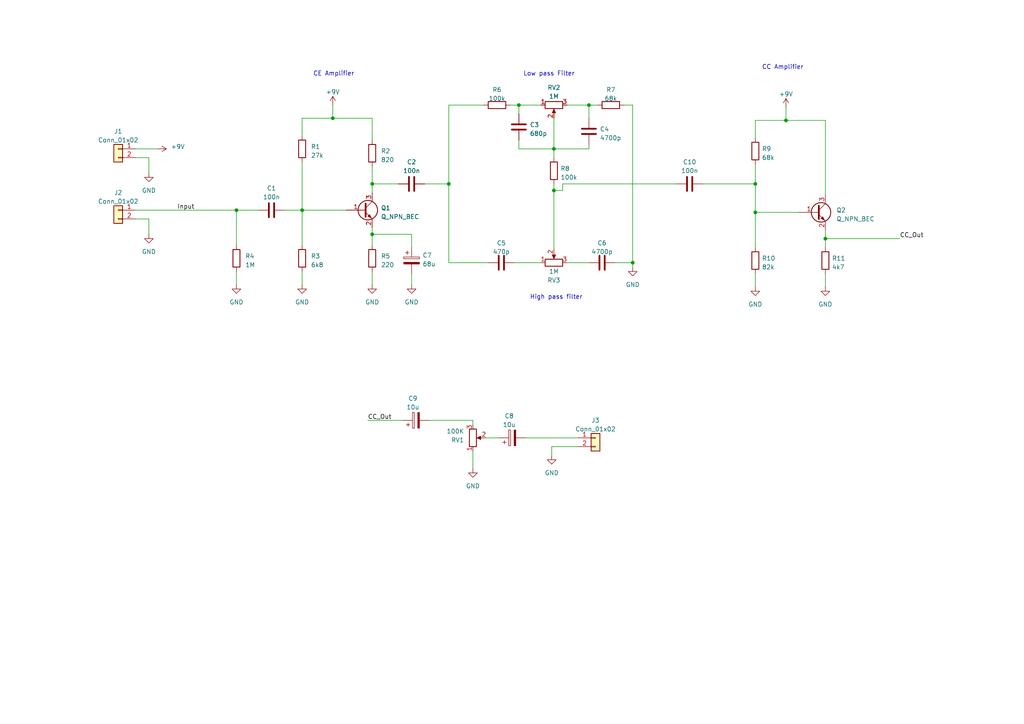
<source format=kicad_sch>
(kicad_sch (version 20230121) (generator eeschema)
  (paper "A4")
  (lib_symbols
    (symbol "Connector_Generic:Conn_01x02" (pin_names (offset 1.016) hide)
      (property "Reference" "J" (at 0 2.54 0))
      (property "Value" "Conn_01x02" (at 0 -5.08 0))
      (symbol "Conn_01x02_1_1"
        (rectangle (start -1.27 -2.413) (end 0 -2.667) (stroke (width 0.1524)))
        (rectangle (start -1.27 0.127) (end 0 -0.127) (stroke (width 0.1524)))
        (rectangle (start -1.27 1.27) (end 1.27 -3.81) (stroke (width 0.254)) (fill (type background)))
        (pin passive line (at -5.08 0 0) (length 3.81) (name "Pin_1") (number "1"))
        (pin passive line (at -5.08 -2.54 0) (length 3.81) (name "Pin_2") (number "2"))
      )
    )
    (symbol "Device:C" (pin_numbers hide) (pin_names (offset 0.254))
      (property "Reference" "C" (at 0.635 2.54 0))
      (property "Value" "C" (at 0.635 -2.54 0))
      (symbol "C_0_1"
        (polyline (pts (xy -2.032 -0.762) (xy 2.032 -0.762)) (stroke (width 0.508)))
        (polyline (pts (xy -2.032 0.762) (xy 2.032 0.762)) (stroke (width 0.508)))
      )
      (symbol "C_1_1"
        (pin passive line (at 0 3.81 270) (length 2.794) (name "~") (number "1"))
        (pin passive line (at 0 -3.81 90) (length 2.794) (name "~") (number "2"))
      )
    )
    (symbol "Device:C_Polarized" (pin_numbers hide) (pin_names (offset 0.254))
      (property "Reference" "C" (at 0.635 2.54 0))
      (property "Value" "C_Polarized" (at 0.635 -2.54 0))
      (symbol "C_Polarized_0_1"
        (rectangle (start -2.286 0.508) (end 2.286 1.016))
        (polyline (pts (xy -1.778 2.286) (xy -0.762 2.286)))
        (polyline (pts (xy -1.27 2.794) (xy -1.27 1.778)))
        (rectangle (start 2.286 -0.508) (end -2.286 -1.016) (fill (type outline)))
      )
      (symbol "C_Polarized_1_1"
        (pin passive line (at 0 3.81 270) (length 2.794) (name "~") (number "1"))
        (pin passive line (at 0 -3.81 90) (length 2.794) (name "~") (number "2"))
      )
    )
    (symbol "Device:Q_NPN_BEC" (pin_names (offset 0) hide)
      (property "Reference" "Q" (at 5.08 1.27 0))
      (property "Value" "Q_NPN_BEC" (at 5.08 -1.27 0))
      (symbol "Q_NPN_BEC_0_1"
        (polyline (pts (xy 0.635 0.635) (xy 2.54 2.54)))
        (polyline (pts (xy 0.635 -0.635) (xy 2.54 -2.54) (xy 2.54 -2.54)))
        (polyline (pts (xy 0.635 1.905) (xy 0.635 -1.905) (xy 0.635 -1.905)) (stroke (width 0.508)))
        (polyline (pts (xy 1.27 -1.778) (xy 1.778 -1.27) (xy 2.286 -2.286) (xy 1.27 -1.778) (xy 1.27 -1.778)) (fill (type outline)))
        (circle (center 1.27 0) (radius 2.8194) (stroke (width 0.254)))
      )
      (symbol "Q_NPN_BEC_1_1"
        (pin input line (at -5.08 0 0) (length 5.715) (name "B") (number "1"))
        (pin passive line (at 2.54 -5.08 90) (length 2.54) (name "E") (number "2"))
        (pin passive line (at 2.54 5.08 270) (length 2.54) (name "C") (number "3"))
      )
    )
    (symbol "Device:R" (pin_numbers hide) (pin_names (offset 0))
      (property "Reference" "R" (at 2.032 0 90))
      (property "Value" "R" (at 0 0 90))
      (symbol "R_0_1"
        (rectangle (start -1.016 -2.54) (end 1.016 2.54) (stroke (width 0.254)))
      )
      (symbol "R_1_1"
        (pin passive line (at 0 3.81 270) (length 1.27) (name "~") (number "1"))
        (pin passive line (at 0 -3.81 90) (length 1.27) (name "~") (number "2"))
      )
    )
    (symbol "Device:R_Potentiometer" (pin_names (offset 1.016) hide)
      (property "Reference" "RV" (at -4.445 0 90))
      (property "Value" "R_Potentiometer" (at -2.54 0 90))
      (symbol "R_Potentiometer_0_1"
        (polyline (pts (xy 2.54 0) (xy 1.524 0)))
        (polyline (pts (xy 1.143 0) (xy 2.286 0.508) (xy 2.286 -0.508) (xy 1.143 0)) (fill (type outline)))
        (rectangle (start 1.016 2.54) (end -1.016 -2.54) (stroke (width 0.254)))
      )
      (symbol "R_Potentiometer_1_1"
        (pin passive line (at 0 3.81 270) (length 1.27) (name "1") (number "1"))
        (pin passive line (at 3.81 0 180) (length 1.27) (name "2") (number "2"))
        (pin passive line (at 0 -3.81 90) (length 1.27) (name "3") (number "3"))
      )
    )
    (symbol "power:+9V" (power) (pin_names (offset 0))
      (property "Value" "+9V" (at 0 3.556 0))
      (symbol "+9V_0_1"
        (polyline (pts (xy -0.762 1.27) (xy 0 2.54)))
        (polyline (pts (xy 0 0) (xy 0 2.54)))
        (polyline (pts (xy 0 2.54) (xy 0.762 1.27)))
      )
      (symbol "+9V_1_1"
        (pin power_in line (at 0 0 90) (length 0) hide (name "+9V") (number "1"))
      )
    )
    (symbol "power:GND" (power) (pin_names (offset 0))
      (property "Value" "GND" (at 0 -3.81 0))
      (symbol "GND_0_1"
        (polyline (pts (xy 0 0) (xy 0 -1.27) (xy 1.27 -1.27) (xy 0 -2.54) (xy -1.27 -1.27) (xy 0 -1.27)))
      )
      (symbol "GND_1_1"
        (pin power_in line (at 0 0 270) (length 0) hide (name "GND") (number "1"))
      )
    )
  )
  (junction (at 160.655 55.245))
  (junction (at 107.95 67.945))
  (junction (at 96.52 34.29))
  (junction (at 107.95 53.34))
  (junction (at 150.495 30.48))
  (junction (at 68.58 60.96))
  (junction (at 239.395 69.215))
  (junction (at 219.075 61.595))
  (junction (at 87.63 60.96))
  (junction (at 160.655 43.18))
  (junction (at 227.965 34.925))
  (junction (at 170.815 30.48))
  (junction (at 130.175 53.34))
  (junction (at 183.515 76.2))
  (junction (at 219.075 53.34))
  (wire (pts (xy 219.075 53.34) (xy 219.075 61.595)))
  (wire (pts (xy 239.395 69.215) (xy 239.395 71.755)))
  (wire (pts (xy 219.075 79.375) (xy 219.075 83.185)))
  (wire (pts (xy 170.815 43.18) (xy 160.655 43.18)))
  (wire (pts (xy 219.075 61.595) (xy 219.075 71.755)))
  (wire (pts (xy 163.195 53.34) (xy 196.215 53.34)))
  (wire (pts (xy 219.075 61.595) (xy 231.775 61.595)))
  (wire (pts (xy 123.19 53.34) (xy 130.175 53.34)))
  (wire (pts (xy 107.95 53.34) (xy 107.95 55.88)))
  (wire (pts (xy 87.63 60.96) (xy 87.63 71.12)))
  (wire (pts (xy 137.16 130.81) (xy 137.16 135.89)))
  (wire (pts (xy 119.38 71.755) (xy 119.38 67.945)))
  (wire (pts (xy 137.16 121.92) (xy 137.16 123.19)))
  (wire (pts (xy 119.38 67.945) (xy 107.95 67.945)))
  (wire (pts (xy 164.465 30.48) (xy 170.815 30.48)))
  (wire (pts (xy 45.72 43.18) (xy 39.37 43.18)))
  (wire (pts (xy 183.515 30.48) (xy 183.515 76.2)))
  (wire (pts (xy 160.02 129.54) (xy 167.64 129.54)))
  (wire (pts (xy 219.075 40.005) (xy 219.075 34.925)))
  (wire (pts (xy 107.95 53.34) (xy 115.57 53.34)))
  (wire (pts (xy 130.175 30.48) (xy 140.335 30.48)))
  (wire (pts (xy 170.815 30.48) (xy 170.815 34.29)))
  (wire (pts (xy 150.495 40.64) (xy 150.495 43.18)))
  (wire (pts (xy 119.38 79.375) (xy 119.38 82.55)))
  (wire (pts (xy 164.465 76.2) (xy 170.815 76.2)))
  (wire (pts (xy 87.63 34.29) (xy 96.52 34.29)))
  (wire (pts (xy 239.395 69.215) (xy 260.985 69.215)))
  (wire (pts (xy 170.815 41.91) (xy 170.815 43.18)))
  (wire (pts (xy 160.655 43.18) (xy 160.655 45.72)))
  (wire (pts (xy 68.58 71.12) (xy 68.58 60.96)))
  (wire (pts (xy 160.02 132.08) (xy 160.02 129.54)))
  (wire (pts (xy 160.655 34.29) (xy 160.655 43.18)))
  (wire (pts (xy 150.495 43.18) (xy 160.655 43.18)))
  (wire (pts (xy 163.195 53.34) (xy 163.195 55.245)))
  (wire (pts (xy 160.655 53.34) (xy 160.655 55.245)))
  (wire (pts (xy 124.46 121.92) (xy 137.16 121.92)))
  (wire (pts (xy 160.655 55.245) (xy 160.655 72.39)))
  (wire (pts (xy 107.95 48.26) (xy 107.95 53.34)))
  (wire (pts (xy 39.37 63.5) (xy 43.18 63.5)))
  (wire (pts (xy 43.18 45.72) (xy 43.18 50.165)))
  (wire (pts (xy 183.515 30.48) (xy 180.975 30.48)))
  (wire (pts (xy 227.965 34.925) (xy 239.395 34.925)))
  (wire (pts (xy 163.195 55.245) (xy 160.655 55.245)))
  (wire (pts (xy 239.395 66.675) (xy 239.395 69.215)))
  (wire (pts (xy 68.58 78.74) (xy 68.58 82.55)))
  (wire (pts (xy 219.075 34.925) (xy 227.965 34.925)))
  (wire (pts (xy 82.55 60.96) (xy 87.63 60.96)))
  (wire (pts (xy 227.965 31.115) (xy 227.965 34.925)))
  (wire (pts (xy 87.63 39.37) (xy 87.63 34.29)))
  (wire (pts (xy 96.52 30.48) (xy 96.52 34.29)))
  (wire (pts (xy 87.63 46.99) (xy 87.63 60.96)))
  (wire (pts (xy 43.18 63.5) (xy 43.18 67.945)))
  (wire (pts (xy 203.835 53.34) (xy 219.075 53.34)))
  (wire (pts (xy 107.95 67.945) (xy 107.95 71.12)))
  (wire (pts (xy 183.515 76.2) (xy 178.435 76.2)))
  (wire (pts (xy 140.97 127) (xy 144.78 127)))
  (wire (pts (xy 219.075 53.34) (xy 219.075 47.625)))
  (wire (pts (xy 239.395 79.375) (xy 239.395 83.185)))
  (wire (pts (xy 147.955 30.48) (xy 150.495 30.48)))
  (wire (pts (xy 39.37 60.96) (xy 68.58 60.96)))
  (wire (pts (xy 96.52 34.29) (xy 107.95 34.29)))
  (wire (pts (xy 130.175 53.34) (xy 130.175 76.2)))
  (wire (pts (xy 239.395 34.925) (xy 239.395 56.515)))
  (wire (pts (xy 130.175 30.48) (xy 130.175 53.34)))
  (wire (pts (xy 150.495 33.02) (xy 150.495 30.48)))
  (wire (pts (xy 170.815 30.48) (xy 173.355 30.48)))
  (wire (pts (xy 183.515 76.2) (xy 183.515 77.47)))
  (wire (pts (xy 87.63 60.96) (xy 100.33 60.96)))
  (wire (pts (xy 152.4 127) (xy 167.64 127)))
  (wire (pts (xy 106.68 121.92) (xy 116.84 121.92)))
  (wire (pts (xy 87.63 78.74) (xy 87.63 82.55)))
  (wire (pts (xy 149.225 76.2) (xy 156.845 76.2)))
  (wire (pts (xy 107.95 34.29) (xy 107.95 40.64)))
  (wire (pts (xy 150.495 30.48) (xy 156.845 30.48)))
  (wire (pts (xy 107.95 78.74) (xy 107.95 82.55)))
  (wire (pts (xy 68.58 60.96) (xy 74.93 60.96)))
  (wire (pts (xy 39.37 45.72) (xy 43.18 45.72)))
  (wire (pts (xy 107.95 66.04) (xy 107.95 67.945)))
  (wire (pts (xy 130.175 76.2) (xy 141.605 76.2)))
  (text "CC Amplifier" (at 220.98 20.32 0) (effects (font (size 1.27 1.27)) (justify left bottom)))
  (text "CE Amplifier" (at 90.805 22.225 0) (effects (font (size 1.27 1.27)) (justify left bottom)))
  (text "Low pass Filter" (at 151.765 22.225 0) (effects (font (size 1.27 1.27)) (justify left bottom)))
  (text "High pass filter" (at 153.67 86.995 0) (effects (font (size 1.27 1.27)) (justify left bottom)))
  (label "CC_Out" (at 260.985 69.215 0))
  (label "CC_Out" (at 106.68 121.92 0))
  (label "Input" (at 51.435 60.96 0))
  (symbol (lib_id "power:GND") (at 68.58 82.55 0) (unit 1)
    (property "Reference" "#PWR02" (effects hide))
    (property "Value" "GND" (at 68.58 87.63 0))
  )
  (symbol (lib_id "power:GND") (at 183.515 77.47 0) (unit 1)
    (property "Reference" "#PWR08" (effects hide))
    (property "Value" "GND" (at 183.515 82.55 0))
  )
  (symbol (lib_id "Device:R") (at 177.165 30.48 90) (unit 1)
    (property "Reference" "R7" (at 177.165 26.035 90))
    (property "Value" "68k" (at 177.165 28.575 90))
    (property "Footprint" "Resistor_SMD:R_0805_2012Metric_Pad1.20x1.40mm_HandSolder" (effects hide))
  )
  (symbol (lib_id "power:GND") (at 219.075 83.185 0) (unit 1)
    (property "Reference" "#PWR010" (effects hide))
    (property "Value" "GND" (at 219.075 88.265 0))
  )
  (symbol (lib_id "Device:C") (at 145.415 76.2 270) (unit 1)
    (property "Reference" "C5" (at 145.415 70.485 90))
    (property "Value" "470p" (at 145.415 73.025 90))
    (property "Footprint" "Capacitor_SMD:C_0805_2012Metric_Pad1.18x1.45mm_HandSolder" (effects hide))
  )
  (symbol (lib_id "Device:R_Potentiometer") (at 137.16 127 0) (mirror x) (unit 1)
    (property "Reference" "RV1" (at 134.62 127.635 0) (effects (justify right)))
    (property "Value" "100K" (at 134.62 125.095 0) (effects (justify right)))
    (property "Footprint" "Potentiometer_THT:Potentiometer_Piher_PC-16_Single_Vertical" (effects hide))
  )
  (symbol (lib_id "Device:R") (at 219.075 43.815 0) (unit 1)
    (property "Reference" "R9" (at 220.98 43.18 0) (effects (justify left)))
    (property "Value" "68k" (at 220.98 45.72 0) (effects (justify left)))
    (property "Footprint" "Resistor_SMD:R_0805_2012Metric_Pad1.20x1.40mm_HandSolder" (effects hide))
  )
  (symbol (lib_id "Device:Q_NPN_BEC") (at 236.855 61.595 0) (unit 1)
    (property "Reference" "Q2" (at 242.57 60.96 0) (effects (justify left)))
    (property "Value" "Q_NPN_BEC" (at 242.57 63.5 0) (effects (justify left)))
    (property "Footprint" "Package_TO_SOT_SMD:TSOT-23" (effects hide))
  )
  (symbol (lib_id "power:GND") (at 43.18 67.945 0) (unit 1)
    (property "Reference" "#PWR06" (effects hide))
    (property "Value" "GND" (at 43.18 73.025 0))
  )
  (symbol (lib_id "power:GND") (at 87.63 82.55 0) (unit 1)
    (property "Reference" "#PWR03" (effects hide))
    (property "Value" "GND" (at 87.63 87.63 0))
  )
  (symbol (lib_id "Device:Q_NPN_BEC") (at 105.41 60.96 0) (unit 1)
    (property "Reference" "Q1" (at 110.49 60.325 0) (effects (justify left)))
    (property "Value" "Q_NPN_BEC" (at 110.49 62.865 0) (effects (justify left)))
    (property "Footprint" "Package_TO_SOT_SMD:TSOT-23" (effects hide))
  )
  (symbol (lib_id "Connector_Generic:Conn_01x02") (at 172.72 127 0) (unit 1)
    (property "Reference" "J3" (at 172.72 121.92 0))
    (property "Value" "Conn_01x02" (at 172.72 124.46 0))
    (property "Footprint" "TerminalBlock:TerminalBlock_bornier-2_P5.08mm" (effects hide))
  )
  (symbol (lib_id "Device:C") (at 150.495 36.83 180) (unit 1)
    (property "Reference" "C3" (at 153.67 36.195 0) (effects (justify right)))
    (property "Value" "680p" (at 153.67 38.735 0) (effects (justify right)))
    (property "Footprint" "Capacitor_SMD:C_0805_2012Metric_Pad1.18x1.45mm_HandSolder" (effects hide))
  )
  (symbol (lib_id "Device:C") (at 78.74 60.96 90) (unit 1)
    (property "Reference" "C1" (at 78.74 54.61 90))
    (property "Value" "100n" (at 78.74 57.15 90))
    (property "Footprint" "Capacitor_SMD:C_0805_2012Metric_Pad1.18x1.45mm_HandSolder" (effects hide))
  )
  (symbol (lib_id "Device:C_Polarized") (at 148.59 127 90) (unit 1)
    (property "Reference" "C8" (at 147.701 120.65 90))
    (property "Value" "10u" (at 147.701 123.19 90))
    (property "Footprint" "Capacitor_SMD:C_0805_2012Metric_Pad1.18x1.45mm_HandSolder" (effects hide))
  )
  (symbol (lib_id "Device:R") (at 219.075 75.565 0) (unit 1)
    (property "Reference" "R10" (at 220.98 74.93 0) (effects (justify left)))
    (property "Value" "82k" (at 220.98 77.47 0) (effects (justify left)))
    (property "Footprint" "Resistor_SMD:R_0805_2012Metric_Pad1.20x1.40mm_HandSolder" (effects hide))
  )
  (symbol (lib_id "Device:R") (at 107.95 74.93 0) (unit 1)
    (property "Reference" "R5" (at 110.49 74.295 0) (effects (justify left)))
    (property "Value" "220" (at 110.49 76.835 0) (effects (justify left)))
    (property "Footprint" "Resistor_SMD:R_0805_2012Metric_Pad1.20x1.40mm_HandSolder" (effects hide))
  )
  (symbol (lib_id "Device:R") (at 144.145 30.48 90) (unit 1)
    (property "Reference" "R6" (at 144.145 26.035 90))
    (property "Value" "100k" (at 144.145 28.575 90))
    (property "Footprint" "Resistor_SMD:R_0805_2012Metric_Pad1.20x1.40mm_HandSolder" (effects hide))
  )
  (symbol (lib_id "Device:C_Polarized") (at 120.65 121.92 90) (unit 1)
    (property "Reference" "C9" (at 119.761 115.57 90))
    (property "Value" "10u" (at 119.761 118.11 90))
    (property "Footprint" "Capacitor_SMD:C_0805_2012Metric_Pad1.18x1.45mm_HandSolder" (effects hide))
  )
  (symbol (lib_id "Device:R") (at 239.395 75.565 0) (unit 1)
    (property "Reference" "R11" (at 241.3 74.93 0) (effects (justify left)))
    (property "Value" "4k7" (at 241.3 77.47 0) (effects (justify left)))
    (property "Footprint" "Resistor_SMD:R_0805_2012Metric_Pad1.20x1.40mm_HandSolder" (effects hide))
  )
  (symbol (lib_id "Device:R_Potentiometer") (at 160.655 30.48 90) (mirror x) (unit 1)
    (property "Reference" "RV2" (at 160.655 25.4 90))
    (property "Value" "1M" (at 160.655 27.94 90))
    (property "Footprint" "Potentiometer_THT:Potentiometer_Piher_PC-16_Single_Vertical" (effects hide))
  )
  (symbol (lib_id "Device:C") (at 200.025 53.34 90) (unit 1)
    (property "Reference" "C10" (at 200.025 46.99 90))
    (property "Value" "100n" (at 200.025 49.53 90))
    (property "Footprint" "Capacitor_SMD:C_0805_2012Metric_Pad1.18x1.45mm_HandSolder" (effects hide))
  )
  (symbol (lib_id "Device:R") (at 87.63 74.93 0) (unit 1)
    (property "Reference" "R3" (at 90.17 74.295 0) (effects (justify left)))
    (property "Value" "6k8" (at 90.17 76.835 0) (effects (justify left)))
    (property "Footprint" "Resistor_SMD:R_0805_2012Metric_Pad1.20x1.40mm_HandSolder" (effects hide))
  )
  (symbol (lib_id "power:GND") (at 160.02 132.08 0) (unit 1)
    (property "Reference" "#PWR013" (effects hide))
    (property "Value" "GND" (at 160.02 137.16 0))
  )
  (symbol (lib_id "power:GND") (at 119.38 82.55 0) (unit 1)
    (property "Reference" "#PWR07" (effects hide))
    (property "Value" "GND" (at 119.38 87.63 0))
  )
  (symbol (lib_id "Connector_Generic:Conn_01x02") (at 34.29 60.96 0) (mirror y) (unit 1)
    (property "Reference" "J2" (at 34.29 55.88 0))
    (property "Value" "Conn_01x02" (at 34.29 58.42 0))
    (property "Footprint" "TerminalBlock:TerminalBlock_bornier-2_P5.08mm" (effects hide))
  )
  (symbol (lib_id "Device:R") (at 68.58 74.93 0) (unit 1)
    (property "Reference" "R4" (at 71.12 74.295 0) (effects (justify left)))
    (property "Value" "1M" (at 71.12 76.835 0) (effects (justify left)))
    (property "Footprint" "Resistor_SMD:R_0805_2012Metric_Pad1.20x1.40mm_HandSolder" (effects hide))
  )
  (symbol (lib_id "Device:R") (at 160.655 49.53 180) (unit 1)
    (property "Reference" "R8" (at 162.56 48.895 0) (effects (justify right)))
    (property "Value" "100k" (at 162.56 51.435 0) (effects (justify right)))
    (property "Footprint" "Resistor_SMD:R_0805_2012Metric_Pad1.20x1.40mm_HandSolder" (effects hide))
  )
  (symbol (lib_id "power:+9V") (at 227.965 31.115 0) (unit 1)
    (property "Reference" "#PWR012" (effects hide))
    (property "Value" "+9V" (at 227.965 27.305 0))
  )
  (symbol (lib_id "Device:C_Polarized") (at 119.38 75.565 0) (unit 1)
    (property "Reference" "C7" (at 122.555 74.041 0) (effects (justify left)))
    (property "Value" "68u" (at 122.555 76.581 0) (effects (justify left)))
    (property "Footprint" "Capacitor_SMD:C_0805_2012Metric_Pad1.18x1.45mm_HandSolder" (effects hide))
  )
  (symbol (lib_id "Device:R") (at 107.95 44.45 0) (unit 1)
    (property "Reference" "R2" (at 110.49 43.815 0) (effects (justify left)))
    (property "Value" "820" (at 110.49 46.355 0) (effects (justify left)))
    (property "Footprint" "Resistor_SMD:R_0805_2012Metric_Pad1.20x1.40mm_HandSolder" (effects hide))
  )
  (symbol (lib_id "power:GND") (at 239.395 83.185 0) (unit 1)
    (property "Reference" "#PWR011" (effects hide))
    (property "Value" "GND" (at 239.395 88.265 0))
  )
  (symbol (lib_id "Device:R_Potentiometer") (at 160.655 76.2 90) (unit 1)
    (property "Reference" "RV3" (at 160.655 81.28 90))
    (property "Value" "1M" (at 160.655 78.74 90))
    (property "Footprint" "Potentiometer_THT:Potentiometer_Piher_PC-16_Single_Vertical" (effects hide))
  )
  (symbol (lib_id "power:GND") (at 43.18 50.165 0) (unit 1)
    (property "Reference" "#PWR09" (effects hide))
    (property "Value" "GND" (at 43.18 55.245 0))
  )
  (symbol (lib_id "Device:C") (at 170.815 38.1 180) (unit 1)
    (property "Reference" "C4" (at 173.99 37.465 0) (effects (justify right)))
    (property "Value" "4700p" (at 173.99 40.005 0) (effects (justify right)))
    (property "Footprint" "Capacitor_SMD:C_0805_2012Metric_Pad1.18x1.45mm_HandSolder" (effects hide))
  )
  (symbol (lib_id "power:+9V") (at 45.72 43.18 270) (unit 1)
    (property "Reference" "#PWR014" (effects hide))
    (property "Value" "+9V" (at 49.53 42.545 90) (effects (justify left)))
  )
  (symbol (lib_id "Connector_Generic:Conn_01x02") (at 34.29 43.18 0) (mirror y) (unit 1)
    (property "Reference" "J1" (at 34.29 38.1 0))
    (property "Value" "Conn_01x02" (at 34.29 40.64 0))
    (property "Footprint" "TerminalBlock:TerminalBlock_bornier-2_P5.08mm" (effects hide))
  )
  (symbol (lib_id "power:GND") (at 137.16 135.89 0) (unit 1)
    (property "Reference" "#PWR05" (effects hide))
    (property "Value" "GND" (at 137.16 140.97 0))
  )
  (symbol (lib_id "Device:C") (at 119.38 53.34 90) (unit 1)
    (property "Reference" "C2" (at 119.38 46.99 90))
    (property "Value" "100n" (at 119.38 49.53 90))
    (property "Footprint" "Capacitor_SMD:C_0805_2012Metric_Pad1.18x1.45mm_HandSolder" (effects hide))
  )
  (symbol (lib_id "Device:C") (at 174.625 76.2 270) (unit 1)
    (property "Reference" "C6" (at 174.625 70.485 90))
    (property "Value" "4700p" (at 174.625 73.025 90))
    (property "Footprint" "Capacitor_SMD:C_0805_2012Metric_Pad1.18x1.45mm_HandSolder" (effects hide))
  )
  (symbol (lib_id "power:+9V") (at 96.52 30.48 0) (unit 1)
    (property "Reference" "#PWR01" (effects hide))
    (property "Value" "+9V" (at 96.52 26.67 0))
  )
  (symbol (lib_id "power:GND") (at 107.95 82.55 0) (unit 1)
    (property "Reference" "#PWR04" (effects hide))
    (property "Value" "GND" (at 107.95 87.63 0))
  )
  (symbol (lib_id "Device:R") (at 87.63 43.18 0) (unit 1)
    (property "Reference" "R1" (at 90.17 42.545 0) (effects (justify left)))
    (property "Value" "27k" (at 90.17 45.085 0) (effects (justify left)))
    (property "Footprint" "Resistor_SMD:R_0805_2012Metric_Pad1.20x1.40mm_HandSolder" (effects hide))
  )
)
</source>
